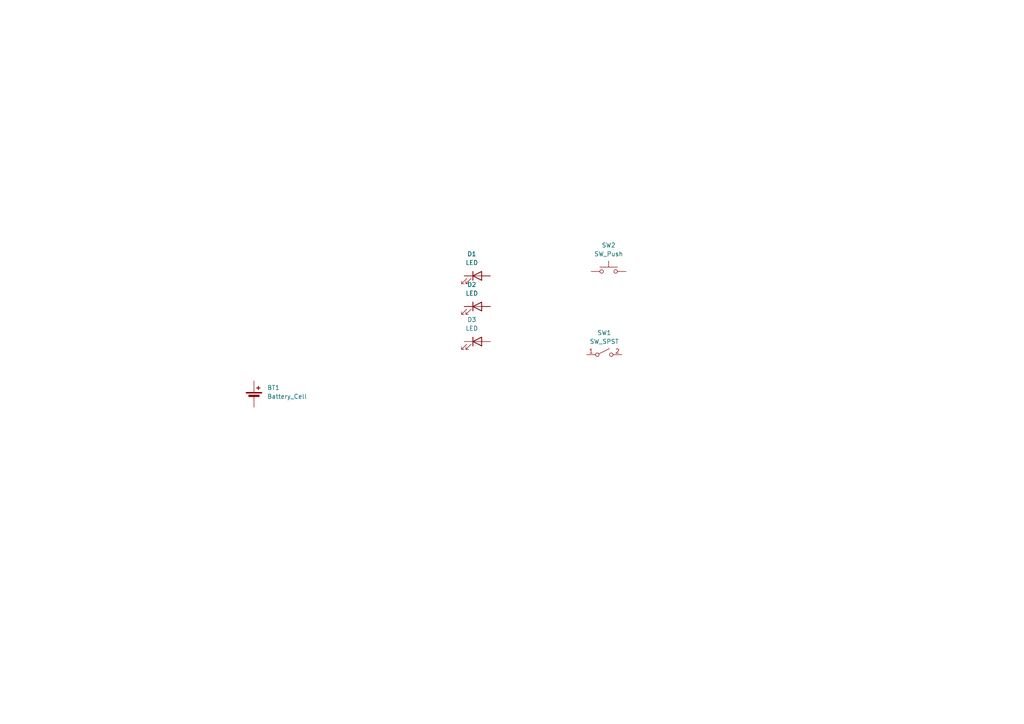
<source format=kicad_sch>
(kicad_sch (version 20230121) (generator eeschema)
  (paper "A4")
  (title_block (title "Detection Circuit") (company "PFPU2"))
  (lib_symbols
    (symbol "Device:Battery_Cell" (pin_numbers hide) (pin_names (offset 0) hide)
      (property "Reference" "BT" (at 2.54 2.54 0))
      (property "Value" "Battery_Cell" (at 2.54 0 0))
      (symbol "Battery_Cell_0_1"
        (rectangle (start -2.286 1.778) (end 2.286 1.524) (fill (type outline)))
        (rectangle (start -1.524 1.016) (end 1.524 0.508) (fill (type outline)))
        (polyline (pts (xy 0 0.762) (xy 0 0)))
        (polyline (pts (xy 0 1.778) (xy 0 2.54)))
        (polyline (pts (xy 0.762 3.048) (xy 1.778 3.048)) (stroke (width 0.254)))
        (polyline (pts (xy 1.27 3.556) (xy 1.27 2.54)) (stroke (width 0.254)))
      )
      (symbol "Battery_Cell_1_1"
        (pin passive line (at 0 5.08 270) (length 2.54) (name "+") (number "1"))
        (pin passive line (at 0 -2.54 90) (length 2.54) (name "-") (number "2"))
      )
    )
    (symbol "Device:LED" (pin_numbers hide) (pin_names (offset 1.016) hide)
      (property "Reference" "D" (at 0 2.54 0))
      (property "Value" "LED" (at 0 -2.54 0))
      (symbol "LED_0_1"
        (polyline (pts (xy -1.27 -1.27) (xy -1.27 1.27)) (stroke (width 0.254)))
        (polyline (pts (xy -1.27 0) (xy 1.27 0)))
        (polyline (pts (xy 1.27 -1.27) (xy 1.27 1.27) (xy -1.27 0) (xy 1.27 -1.27)) (stroke (width 0.254)))
        (polyline (pts (xy -3.048 -0.762) (xy -4.572 -2.286) (xy -3.81 -2.286) (xy -4.572 -2.286) (xy -4.572 -1.524)))
        (polyline (pts (xy -1.778 -0.762) (xy -3.302 -2.286) (xy -2.54 -2.286) (xy -3.302 -2.286) (xy -3.302 -1.524)))
      )
      (symbol "LED_1_1"
        (pin passive line (at -3.81 0 0) (length 2.54) (name "K") (number "1"))
        (pin passive line (at 3.81 0 180) (length 2.54) (name "A") (number "2"))
      )
    )
    (symbol "Switch:SW_Push" (pin_numbers hide) (pin_names (offset 1.016) hide)
      (property "Reference" "SW" (at 1.27 2.54 0))
      (property "Value" "SW_Push" (at 0 -1.524 0))
      (symbol "SW_Push_0_1"
        (circle (center -2.032 0) (radius 0.508))
        (polyline (pts (xy 0 1.27) (xy 0 3.048)))
        (polyline (pts (xy 2.54 1.27) (xy -2.54 1.27)))
        (circle (center 2.032 0) (radius 0.508))
        (pin passive line (at -5.08 0 0) (length 2.54) (name "1") (number "1"))
        (pin passive line (at 5.08 0 180) (length 2.54) (name "2") (number "2"))
      )
    )
    (symbol "Switch:SW_SPST" (pin_names (offset 0) hide)
      (property "Reference" "SW" (at 0 3.175 0))
      (property "Value" "SW_SPST" (at 0 -2.54 0))
      (symbol "SW_SPST_0_0"
        (circle (center -2.032 0) (radius 0.508))
        (polyline (pts (xy -1.524 0.254) (xy 1.524 1.778)))
        (circle (center 2.032 0) (radius 0.508))
      )
      (symbol "SW_SPST_1_1"
        (pin passive line (at -5.08 0 0) (length 2.54) (name "A") (number "1"))
        (pin passive line (at 5.08 0 180) (length 2.54) (name "B") (number "2"))
      )
    )
  )
  (symbol (lib_id "Device:LED") (at 138.43 88.9 0) (unit 1)
    (property "Reference" "D2" (at 136.8425 82.55 0))
    (property "Value" "LED" (at 136.8425 85.09 0))
  )
  (symbol (lib_id "Device:LED") (at 138.43 99.06 0) (unit 1)
    (property "Reference" "D3" (at 136.8425 92.71 0))
    (property "Value" "LED" (at 136.8425 95.25 0))
  )
  (symbol (lib_id "Switch:SW_Push") (at 176.53 78.74 0) (unit 1)
    (property "Reference" "SW2" (at 176.53 71.12 0))
    (property "Value" "SW_Push" (at 176.53 73.66 0))
  )
  (symbol (lib_id "Switch:SW_SPST") (at 175.26 102.87 0) (unit 1)
    (property "Reference" "SW1" (at 175.26 96.52 0))
    (property "Value" "SW_SPST" (at 175.26 99.06 0))
  )
  (symbol (lib_id "Device:LED") (at 138.43 80.01 0) (unit 1)
    (property "Reference" "D1" (at 136.8425 73.66 0))
    (property "Value" "LED" (at 136.8425 76.2 0))
  )
  (symbol (lib_id "Device:Battery_Cell") (at 73.66 115.57 0) (unit 1)
    (property "Reference" "BT1" (at 77.47 112.4585 0) (effects (justify left)))
    (property "Value" "Battery_Cell" (at 77.47 114.9985 0) (effects (justify left)))
  )
)
</source>
